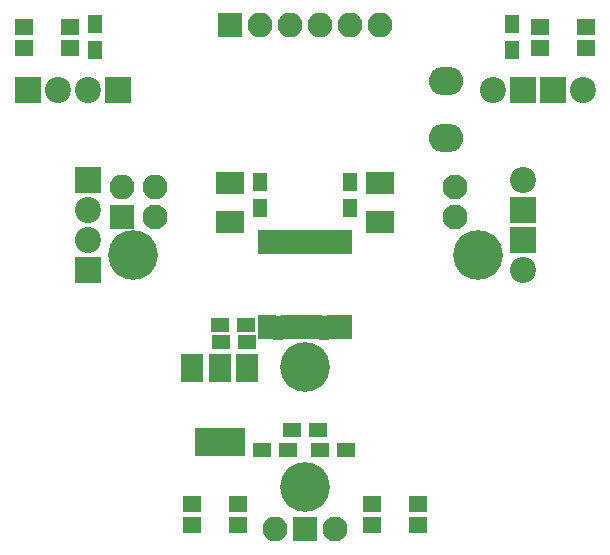
<source format=gbr>
G04 #@! TF.GenerationSoftware,KiCad,Pcbnew,5.1.4-e60b266~84~ubuntu18.04.1*
G04 #@! TF.CreationDate,2019-08-11T22:19:42+02:00*
G04 #@! TF.ProjectId,rat_board,7261745f-626f-4617-9264-2e6b69636164,rev?*
G04 #@! TF.SameCoordinates,Original*
G04 #@! TF.FileFunction,Soldermask,Bot*
G04 #@! TF.FilePolarity,Negative*
%FSLAX46Y46*%
G04 Gerber Fmt 4.6, Leading zero omitted, Abs format (unit mm)*
G04 Created by KiCad (PCBNEW 5.1.4-e60b266~84~ubuntu18.04.1) date 2019-08-11 22:19:42*
%MOMM*%
%LPD*%
G04 APERTURE LIST*
%ADD10O,2.100000X2.100000*%
%ADD11R,2.100000X2.100000*%
%ADD12C,2.100000*%
%ADD13R,1.500000X1.400000*%
%ADD14R,2.432000X1.924000*%
%ADD15C,4.200000*%
%ADD16R,1.300000X1.600000*%
%ADD17R,2.200000X2.200000*%
%ADD18C,2.200000*%
%ADD19O,2.899360X2.398980*%
%ADD20R,1.600000X1.300000*%
%ADD21R,0.850000X2.150000*%
%ADD22R,1.500000X2.150000*%
%ADD23R,1.900000X2.400000*%
%ADD24R,4.200000X2.400000*%
G04 APERTURE END LIST*
D10*
X227330000Y-85344000D03*
X224790000Y-85344000D03*
X222250000Y-85344000D03*
X219710000Y-85344000D03*
X217170000Y-85344000D03*
D11*
X214630000Y-85344000D03*
D10*
X218440000Y-128016000D03*
D11*
X220980000Y-128016000D03*
D12*
X223520000Y-128016000D03*
D13*
X201086000Y-85460000D03*
X197186000Y-85460000D03*
X197186000Y-87260000D03*
X201086000Y-87260000D03*
D10*
X205486000Y-99060000D03*
D11*
X205486000Y-101600000D03*
D14*
X214630000Y-101981000D03*
X214630000Y-98679000D03*
D12*
X208280000Y-101600000D03*
D10*
X208280000Y-99060000D03*
D12*
X233680000Y-101600000D03*
X233680000Y-99060000D03*
D15*
X235585000Y-104775000D03*
X206375000Y-104775000D03*
X220980000Y-124460000D03*
X220980000Y-114300000D03*
D16*
X224790000Y-100795000D03*
X224790000Y-98595000D03*
X217170000Y-100795000D03*
X217170000Y-98595000D03*
D17*
X205105000Y-90805000D03*
D18*
X202565000Y-90805000D03*
D19*
X232918000Y-94896940D03*
X232918000Y-90015060D03*
D20*
X219540000Y-121285000D03*
X217340000Y-121285000D03*
X222250000Y-121285000D03*
X224450000Y-121285000D03*
D16*
X238506000Y-85260000D03*
X238506000Y-87460000D03*
X203200000Y-87460000D03*
X203200000Y-85260000D03*
D13*
X215310000Y-125846000D03*
X211410000Y-125846000D03*
X211410000Y-127646000D03*
X215310000Y-127646000D03*
X244774000Y-85460000D03*
X240874000Y-85460000D03*
X240874000Y-87260000D03*
X244774000Y-87260000D03*
X230550000Y-125846000D03*
X226650000Y-125846000D03*
X226650000Y-127646000D03*
X230550000Y-127646000D03*
D18*
X239395000Y-106045000D03*
D17*
X239395000Y-103505000D03*
D18*
X200025000Y-90805000D03*
D17*
X197485000Y-90805000D03*
D18*
X244475000Y-90805000D03*
D17*
X241935000Y-90805000D03*
D18*
X202565000Y-103505000D03*
D17*
X202565000Y-106045000D03*
X239395000Y-100965000D03*
D18*
X239395000Y-98425000D03*
D17*
X239395000Y-90805000D03*
D18*
X236855000Y-90805000D03*
D17*
X202565000Y-98425000D03*
D18*
X202565000Y-100965000D03*
D14*
X227330000Y-101981000D03*
X227330000Y-98679000D03*
D20*
X219880000Y-119634000D03*
X222080000Y-119634000D03*
D21*
X222604760Y-110925160D03*
X218704760Y-110925160D03*
D22*
X224231200Y-110916720D03*
X221630240Y-110916720D03*
X220334840Y-110916720D03*
X217728800Y-110921800D03*
D21*
X224555000Y-110915000D03*
X223255000Y-110915000D03*
X221955000Y-110915000D03*
X220655000Y-110915000D03*
X219355000Y-110915000D03*
X218055000Y-110915000D03*
X217405000Y-103715000D03*
X218705000Y-103715000D03*
X219355000Y-103715000D03*
X220005000Y-103715000D03*
X220655000Y-103715000D03*
X221305000Y-103715000D03*
X221955000Y-103715000D03*
X222605000Y-103715000D03*
X223255000Y-103715000D03*
X223905000Y-103715000D03*
X224555000Y-103715000D03*
D22*
X217728800Y-103720900D03*
D23*
X211441000Y-114325000D03*
X216041000Y-114325000D03*
X213741000Y-114325000D03*
D24*
X213741000Y-120625000D03*
D20*
X215984000Y-110744000D03*
X213784000Y-110744000D03*
X213827000Y-112141000D03*
X216027000Y-112141000D03*
M02*

</source>
